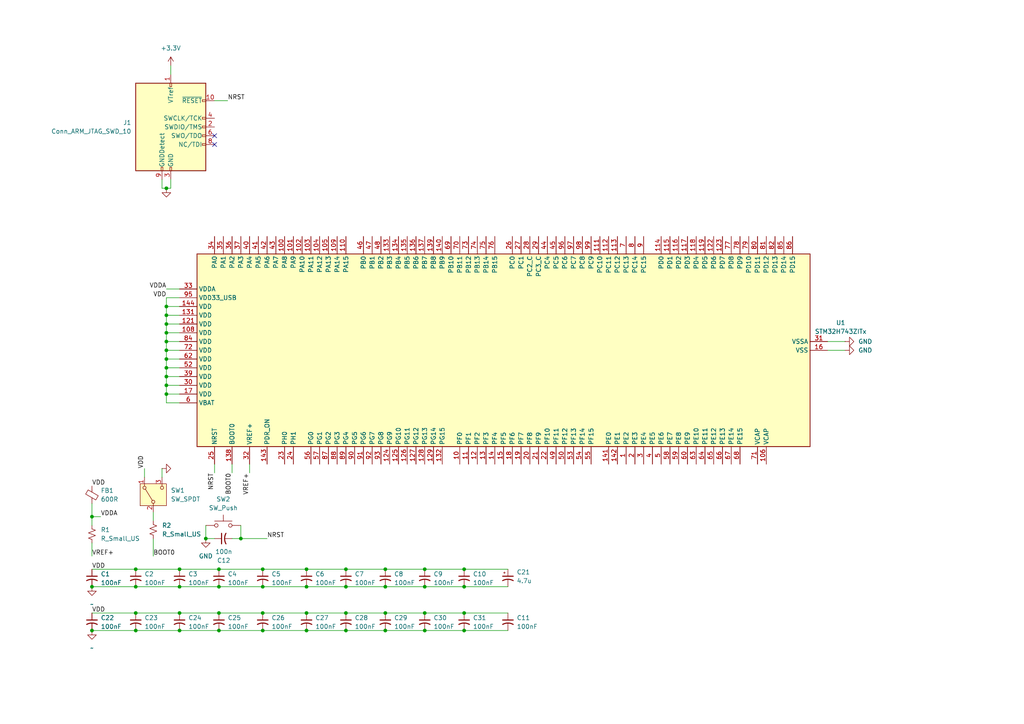
<source format=kicad_sch>
(kicad_sch (version 20250114) (generator "eeschema") (generator_version "9.0")
  (paper "A4")
  (lib_symbols
    (symbol "Connector:Conn_ARM_JTAG_SWD_10" (pin_names (offset 1.016))
      (property "Reference" "J" (at -2.54 16.51 0))
      (property "Value" "Conn_ARM_JTAG_SWD_10" (at -2.54 13.97 0))
      (symbol "Conn_ARM_JTAG_SWD_10_0_1"
        (rectangle (start -10.16 12.7) (end 10.16 -12.7) (stroke (width 0.254)) (fill (type background)))
        (rectangle (start -2.794 -12.7) (end -2.286 -11.684))
        (rectangle (start -0.254 12.7) (end 0.254 11.684))
        (rectangle (start -0.254 -12.7) (end 0.254 -11.684))
        (rectangle (start 9.144 2.286) (end 10.16 2.794))
        (rectangle (start 10.16 7.874) (end 9.144 7.366))
        (rectangle (start 10.16 -0.254) (end 9.144 0.254))
        (rectangle (start 10.16 -2.794) (end 9.144 -2.286))
      )
      (symbol "Conn_ARM_JTAG_SWD_10_1_1"
        (rectangle (start 9.144 -5.334) (end 10.16 -4.826))
        (pin no_connect line (at -10.16 0 0) (length 2.54) (hide yes) (name "KEY") (number "7"))
        (pin passive line (at -2.54 -15.24 90) (length 2.54) (name "GNDDetect") (number "9"))
        (pin power_in line (at 0 15.24 270) (length 2.54) (name "VTref") (number "1"))
        (pin power_in line (at 0 -15.24 90) (length 2.54) (name "GND") (number "3"))
        (pin passive line (at 0 -15.24 90) (length 2.54) (hide yes) (name "GND") (number "5"))
        (pin open_collector line (at 12.7 7.62 180) (length 2.54) (name "~{RESET}") (number "10"))
        (pin output line (at 12.7 2.54 180) (length 2.54) (name "SWCLK/TCK") (number "4"))
        (pin bidirectional line (at 12.7 0 180) (length 2.54) (name "SWDIO/TMS") (number "2"))
        (pin input line (at 12.7 -2.54 180) (length 2.54) (name "SWO/TDO") (number "6"))
        (pin output line (at 12.7 -5.08 180) (length 2.54) (name "NC/TDI") (number "8"))
      )
    )
    (symbol "Device:C_Polarized_Small_US" (pin_numbers (hide yes)) (pin_names (offset 0.254) (hide yes))
      (property "Reference" "C" (at 0.254 1.778 0))
      (property "Value" "C_Polarized_Small_US" (at 0.254 -2.032 0))
      (symbol "C_Polarized_Small_US_0_1"
        (polyline (pts (xy -1.524 0.508) (xy 1.524 0.508)) (stroke (width 0.3048)))
        (polyline (pts (xy -1.27 1.524) (xy -0.762 1.524)))
        (polyline (pts (xy -1.016 1.27) (xy -1.016 1.778)))
        (arc (start -1.524 -0.762) (mid 0 -0.3734) (end 1.524 -0.762) (stroke (width 0.3048)))
      )
      (symbol "C_Polarized_Small_US_1_1"
        (pin passive line (at 0 2.54 270) (length 2.032) (name "~") (number "1"))
        (pin passive line (at 0 -2.54 90) (length 2.032) (name "~") (number "2"))
      )
    )
    (symbol "Device:C_Small_US" (pin_numbers (hide yes)) (pin_names (offset 0.254) (hide yes))
      (property "Reference" "C" (at 0.254 1.778 0))
      (property "Value" "C_Small_US" (at 0.254 -2.032 0))
      (symbol "C_Small_US_0_1"
        (polyline (pts (xy -1.524 0.508) (xy 1.524 0.508)) (stroke (width 0.3048)))
        (arc (start -1.524 -0.762) (mid 0 -0.3734) (end 1.524 -0.762) (stroke (width 0.3048)))
      )
      (symbol "C_Small_US_1_1"
        (pin passive line (at 0 2.54 270) (length 2.032) (name "~") (number "1"))
        (pin passive line (at 0 -2.54 90) (length 2.032) (name "~") (number "2"))
      )
    )
    (symbol "Device:FerriteBead_Small" (pin_numbers (hide yes)) (pin_names (offset 0))
      (property "Reference" "FB" (at 1.905 1.27 0))
      (property "Value" "FerriteBead_Small" (at 1.905 -1.27 0))
      (symbol "FerriteBead_Small_0_1"
        (polyline (pts (xy -1.8288 0.2794) (xy -1.1176 1.4986) (xy 1.8288 -0.2032) (xy 1.1176 -1.4224) (xy -1.8288 0.2794)))
        (polyline (pts (xy 0 0.889) (xy 0 1.2954)))
        (polyline (pts (xy 0 -1.27) (xy 0 -0.7874)))
      )
      (symbol "FerriteBead_Small_1_1"
        (pin passive line (at 0 2.54 270) (length 1.27) (name "~") (number "1"))
        (pin passive line (at 0 -2.54 90) (length 1.27) (name "~") (number "2"))
      )
    )
    (symbol "Device:R_Small_US" (pin_numbers (hide yes)) (pin_names (offset 0.254) (hide yes))
      (property "Reference" "R" (at 0.762 0.508 0))
      (property "Value" "R_Small_US" (at 0.762 -1.016 0))
      (symbol "R_Small_US_1_1"
        (polyline (pts (xy 0 1.524) (xy 1.016 1.143) (xy 0 0.762) (xy -1.016 0.381) (xy 0 0)))
        (polyline (pts (xy 0 0) (xy 1.016 -0.381) (xy 0 -0.762) (xy -1.016 -1.143) (xy 0 -1.524)))
        (pin passive line (at 0 2.54 270) (length 1.016) (name "~") (number "1"))
        (pin passive line (at 0 -2.54 90) (length 1.016) (name "~") (number "2"))
      )
    )
    (symbol "MCU_ST_STM32H7:STM32H743ZITx"
      (property "Reference" "U" (at -27.94 90.17 0))
      (property "Value" "STM32H743ZITx" (at 20.32 90.17 0))
      (symbol "STM32H743ZITx_0_1"
        (rectangle (start -27.94 -88.9) (end 27.94 88.9) (stroke (width 0.254)) (fill (type background)))
      )
      (symbol "STM32H743ZITx_1_1"
        (pin input line (at -33.02 83.82 0) (length 5.08) (name "NRST") (number "25"))
        (pin input line (at -33.02 78.74 0) (length 5.08) (name "BOOT0") (number "138"))
        (pin input line (at -33.02 73.66 0) (length 5.08) (name "VREF+") (number "32"))
        (pin input line (at -33.02 68.58 0) (length 5.08) (name "PDR_ON") (number "143"))
        (pin bidirectional line (at -33.02 63.5 0) (length 5.08) (name "PH0") (number "23"))
        (pin bidirectional line (at -33.02 60.96 0) (length 5.08) (name "PH1") (number "24"))
        (pin bidirectional line (at -33.02 55.88 0) (length 5.08) (name "PG0") (number "56"))
        (pin bidirectional line (at -33.02 53.34 0) (length 5.08) (name "PG1") (number "57"))
        (pin bidirectional line (at -33.02 50.8 0) (length 5.08) (name "PG2") (number "87"))
        (pin bidirectional line (at -33.02 48.26 0) (length 5.08) (name "PG3") (number "88"))
        (pin bidirectional line (at -33.02 45.72 0) (length 5.08) (name "PG4") (number "89"))
        (pin bidirectional line (at -33.02 43.18 0) (length 5.08) (name "PG5") (number "90"))
        (pin bidirectional line (at -33.02 40.64 0) (length 5.08) (name "PG6") (number "91"))
        (pin bidirectional line (at -33.02 38.1 0) (length 5.08) (name "PG7") (number "92"))
        (pin bidirectional line (at -33.02 35.56 0) (length 5.08) (name "PG8") (number "93"))
        (pin bidirectional line (at -33.02 33.02 0) (length 5.08) (name "PG9") (number "124"))
        (pin bidirectional line (at -33.02 30.48 0) (length 5.08) (name "PG10") (number "125"))
        (pin bidirectional line (at -33.02 27.94 0) (length 5.08) (name "PG11") (number "126"))
        (pin bidirectional line (at -33.02 25.4 0) (length 5.08) (name "PG12") (number "127"))
        (pin bidirectional line (at -33.02 22.86 0) (length 5.08) (name "PG13") (number "128"))
        (pin bidirectional line (at -33.02 20.32 0) (length 5.08) (name "PG14") (number "129"))
        (pin bidirectional line (at -33.02 17.78 0) (length 5.08) (name "PG15") (number "132"))
        (pin bidirectional line (at -33.02 12.7 0) (length 5.08) (name "PF0") (number "10"))
        (pin bidirectional line (at -33.02 10.16 0) (length 5.08) (name "PF1") (number "11"))
        (pin bidirectional line (at -33.02 7.62 0) (length 5.08) (name "PF2") (number "12"))
        (pin bidirectional line (at -33.02 5.08 0) (length 5.08) (name "PF3") (number "13"))
        (pin bidirectional line (at -33.02 2.54 0) (length 5.08) (name "PF4") (number "14"))
        (pin bidirectional line (at -33.02 0 0) (length 5.08) (name "PF5") (number "15"))
        (pin bidirectional line (at -33.02 -2.54 0) (length 5.08) (name "PF6") (number "18"))
        (pin bidirectional line (at -33.02 -5.08 0) (length 5.08) (name "PF7") (number "19"))
        (pin bidirectional line (at -33.02 -7.62 0) (length 5.08) (name "PF8") (number "20"))
        (pin bidirectional line (at -33.02 -10.16 0) (length 5.08) (name "PF9") (number "21"))
        (pin bidirectional line (at -33.02 -12.7 0) (length 5.08) (name "PF10") (number "22"))
        (pin bidirectional line (at -33.02 -15.24 0) (length 5.08) (name "PF11") (number "49"))
        (pin bidirectional line (at -33.02 -17.78 0) (length 5.08) (name "PF12") (number "50"))
        (pin bidirectional line (at -33.02 -20.32 0) (length 5.08) (name "PF13") (number "53"))
        (pin bidirectional line (at -33.02 -22.86 0) (length 5.08) (name "PF14") (number "54"))
        (pin bidirectional line (at -33.02 -25.4 0) (length 5.08) (name "PF15") (number "55"))
        (pin bidirectional line (at -33.02 -30.48 0) (length 5.08) (name "PE0") (number "141"))
        (pin bidirectional line (at -33.02 -33.02 0) (length 5.08) (name "PE1") (number "142"))
        (pin bidirectional line (at -33.02 -35.56 0) (length 5.08) (name "PE2") (number "1"))
        (pin bidirectional line (at -33.02 -38.1 0) (length 5.08) (name "PE3") (number "2"))
        (pin bidirectional line (at -33.02 -40.64 0) (length 5.08) (name "PE4") (number "3"))
        (pin bidirectional line (at -33.02 -43.18 0) (length 5.08) (name "PE5") (number "4"))
        (pin bidirectional line (at -33.02 -45.72 0) (length 5.08) (name "PE6") (number "5"))
        (pin bidirectional line (at -33.02 -48.26 0) (length 5.08) (name "PE7") (number "58"))
        (pin bidirectional line (at -33.02 -50.8 0) (length 5.08) (name "PE8") (number "59"))
        (pin bidirectional line (at -33.02 -53.34 0) (length 5.08) (name "PE9") (number "60"))
        (pin bidirectional line (at -33.02 -55.88 0) (length 5.08) (name "PE10") (number "63"))
        (pin bidirectional line (at -33.02 -58.42 0) (length 5.08) (name "PE11") (number "64"))
        (pin bidirectional line (at -33.02 -60.96 0) (length 5.08) (name "PE12") (number "65"))
        (pin bidirectional line (at -33.02 -63.5 0) (length 5.08) (name "PE13") (number "66"))
        (pin bidirectional line (at -33.02 -66.04 0) (length 5.08) (name "PE14") (number "67"))
        (pin bidirectional line (at -33.02 -68.58 0) (length 5.08) (name "PE15") (number "68"))
        (pin power_out line (at -33.02 -73.66 0) (length 5.08) (name "VCAP") (number "71"))
        (pin power_out line (at -33.02 -76.2 0) (length 5.08) (name "VCAP") (number "106"))
        (pin power_in line (at -15.24 93.98 270) (length 5.08) (name "VBAT") (number "6"))
        (pin power_in line (at -12.7 93.98 270) (length 5.08) (name "VDD") (number "17"))
        (pin power_in line (at -10.16 93.98 270) (length 5.08) (name "VDD") (number "30"))
        (pin power_in line (at -7.62 93.98 270) (length 5.08) (name "VDD") (number "39"))
        (pin power_in line (at -5.08 93.98 270) (length 5.08) (name "VDD") (number "52"))
        (pin power_in line (at -2.54 93.98 270) (length 5.08) (name "VDD") (number "62"))
        (pin power_in line (at 0 93.98 270) (length 5.08) (name "VDD") (number "72"))
        (pin passive line (at 0 -93.98 90) (length 5.08) (hide yes) (name "VSS") (number "107"))
        (pin passive line (at 0 -93.98 90) (length 5.08) (hide yes) (name "VSS") (number "120"))
        (pin passive line (at 0 -93.98 90) (length 5.08) (hide yes) (name "VSS") (number "130"))
        (pin power_in line (at 0 -93.98 90) (length 5.08) (name "VSS") (number "16"))
        (pin passive line (at 0 -93.98 90) (length 5.08) (hide yes) (name "VSS") (number "38"))
        (pin passive line (at 0 -93.98 90) (length 5.08) (hide yes) (name "VSS") (number "51"))
        (pin passive line (at 0 -93.98 90) (length 5.08) (hide yes) (name "VSS") (number "61"))
        (pin passive line (at 0 -93.98 90) (length 5.08) (hide yes) (name "VSS") (number "83"))
        (pin passive line (at 0 -93.98 90) (length 5.08) (hide yes) (name "VSS") (number "94"))
        (pin power_in line (at 2.54 93.98 270) (length 5.08) (name "VDD") (number "84"))
        (pin power_in line (at 2.54 -93.98 90) (length 5.08) (name "VSSA") (number "31"))
        (pin power_in line (at 5.08 93.98 270) (length 5.08) (name "VDD") (number "108"))
        (pin power_in line (at 7.62 93.98 270) (length 5.08) (name "VDD") (number "121"))
        (pin power_in line (at 10.16 93.98 270) (length 5.08) (name "VDD") (number "131"))
        (pin power_in line (at 12.7 93.98 270) (length 5.08) (name "VDD") (number "144"))
        (pin power_in line (at 15.24 93.98 270) (length 5.08) (name "VDD33_USB") (number "95"))
        (pin power_in line (at 17.78 93.98 270) (length 5.08) (name "VDDA") (number "33"))
        (pin bidirectional line (at 33.02 83.82 180) (length 5.08) (name "PA0") (number "34"))
        (pin bidirectional line (at 33.02 81.28 180) (length 5.08) (name "PA1") (number "35"))
        (pin bidirectional line (at 33.02 78.74 180) (length 5.08) (name "PA2") (number "36"))
        (pin bidirectional line (at 33.02 76.2 180) (length 5.08) (name "PA3") (number "37"))
        (pin bidirectional line (at 33.02 73.66 180) (length 5.08) (name "PA4") (number "40"))
        (pin bidirectional line (at 33.02 71.12 180) (length 5.08) (name "PA5") (number "41"))
        (pin bidirectional line (at 33.02 68.58 180) (length 5.08) (name "PA6") (number "42"))
        (pin bidirectional line (at 33.02 66.04 180) (length 5.08) (name "PA7") (number "43"))
        (pin bidirectional line (at 33.02 63.5 180) (length 5.08) (name "PA8") (number "100"))
        (pin bidirectional line (at 33.02 60.96 180) (length 5.08) (name "PA9") (number "101"))
        (pin bidirectional line (at 33.02 58.42 180) (length 5.08) (name "PA10") (number "102"))
        (pin bidirectional line (at 33.02 55.88 180) (length 5.08) (name "PA11") (number "103"))
        (pin bidirectional line (at 33.02 53.34 180) (length 5.08) (name "PA12") (number "104"))
        (pin bidirectional line (at 33.02 50.8 180) (length 5.08) (name "PA13") (number "105"))
        (pin bidirectional line (at 33.02 48.26 180) (length 5.08) (name "PA14") (number "109"))
        (pin bidirectional line (at 33.02 45.72 180) (length 5.08) (name "PA15") (number "110"))
        (pin bidirectional line (at 33.02 40.64 180) (length 5.08) (name "PB0") (number "46"))
        (pin bidirectional line (at 33.02 38.1 180) (length 5.08) (name "PB1") (number "47"))
        (pin bidirectional line (at 33.02 35.56 180) (length 5.08) (name "PB2") (number "48"))
        (pin bidirectional line (at 33.02 33.02 180) (length 5.08) (name "PB3") (number "133"))
        (pin bidirectional line (at 33.02 30.48 180) (length 5.08) (name "PB4") (number "134"))
        (pin bidirectional line (at 33.02 27.94 180) (length 5.08) (name "PB5") (number "135"))
        (pin bidirectional line (at 33.02 25.4 180) (length 5.08) (name "PB6") (number "136"))
        (pin bidirectional line (at 33.02 22.86 180) (length 5.08) (name "PB7") (number "137"))
        (pin bidirectional line (at 33.02 20.32 180) (length 5.08) (name "PB8") (number "139"))
        (pin bidirectional line (at 33.02 17.78 180) (length 5.08) (name "PB9") (number "140"))
        (pin bidirectional line (at 33.02 15.24 180) (length 5.08) (name "PB10") (number "69"))
        (pin bidirectional line (at 33.02 12.7 180) (length 5.08) (name "PB11") (number "70"))
        (pin bidirectional line (at 33.02 10.16 180) (length 5.08) (name "PB12") (number "73"))
        (pin bidirectional line (at 33.02 7.62 180) (length 5.08) (name "PB13") (number "74"))
        (pin bidirectional line (at 33.02 5.08 180) (length 5.08) (name "PB14") (number "75"))
        (pin bidirectional line (at 33.02 2.54 180) (length 5.08) (name "PB15") (number "76"))
        (pin bidirectional line (at 33.02 -2.54 180) (length 5.08) (name "PC0") (number "26"))
        (pin bidirectional line (at 33.02 -5.08 180) (length 5.08) (name "PC1") (number "27"))
        (pin bidirectional line (at 33.02 -7.62 180) (length 5.08) (name "PC2_C") (number "28"))
        (pin bidirectional line (at 33.02 -10.16 180) (length 5.08) (name "PC3_C") (number "29"))
        (pin bidirectional line (at 33.02 -12.7 180) (length 5.08) (name "PC4") (number "44"))
        (pin bidirectional line (at 33.02 -15.24 180) (length 5.08) (name "PC5") (number "45"))
        (pin bidirectional line (at 33.02 -17.78 180) (length 5.08) (name "PC6") (number "96"))
        (pin bidirectional line (at 33.02 -20.32 180) (length 5.08) (name "PC7") (number "97"))
        (pin bidirectional line (at 33.02 -22.86 180) (length 5.08) (name "PC8") (number "98"))
        (pin bidirectional line (at 33.02 -25.4 180) (length 5.08) (name "PC9") (number "99"))
        (pin bidirectional line (at 33.02 -27.94 180) (length 5.08) (name "PC10") (number "111"))
        (pin bidirectional line (at 33.02 -30.48 180) (length 5.08) (name "PC11") (number "112"))
        (pin bidirectional line (at 33.02 -33.02 180) (length 5.08) (name "PC12") (number "113"))
        (pin bidirectional line (at 33.02 -35.56 180) (length 5.08) (name "PC13") (number "7"))
        (pin bidirectional line (at 33.02 -38.1 180) (length 5.08) (name "PC14") (number "8"))
        (pin bidirectional line (at 33.02 -40.64 180) (length 5.08) (name "PC15") (number "9"))
        (pin bidirectional line (at 33.02 -45.72 180) (length 5.08) (name "PD0") (number "114"))
        (pin bidirectional line (at 33.02 -48.26 180) (length 5.08) (name "PD1") (number "115"))
        (pin bidirectional line (at 33.02 -50.8 180) (length 5.08) (name "PD2") (number "116"))
        (pin bidirectional line (at 33.02 -53.34 180) (length 5.08) (name "PD3") (number "117"))
        (pin bidirectional line (at 33.02 -55.88 180) (length 5.08) (name "PD4") (number "118"))
        (pin bidirectional line (at 33.02 -58.42 180) (length 5.08) (name "PD5") (number "119"))
        (pin bidirectional line (at 33.02 -60.96 180) (length 5.08) (name "PD6") (number "122"))
        (pin bidirectional line (at 33.02 -63.5 180) (length 5.08) (name "PD7") (number "123"))
        (pin bidirectional line (at 33.02 -66.04 180) (length 5.08) (name "PD8") (number "77"))
        (pin bidirectional line (at 33.02 -68.58 180) (length 5.08) (name "PD9") (number "78"))
        (pin bidirectional line (at 33.02 -71.12 180) (length 5.08) (name "PD10") (number "79"))
        (pin bidirectional line (at 33.02 -73.66 180) (length 5.08) (name "PD11") (number "80"))
        (pin bidirectional line (at 33.02 -76.2 180) (length 5.08) (name "PD12") (number "81"))
        (pin bidirectional line (at 33.02 -78.74 180) (length 5.08) (name "PD13") (number "82"))
        (pin bidirectional line (at 33.02 -81.28 180) (length 5.08) (name "PD14") (number "85"))
        (pin bidirectional line (at 33.02 -83.82 180) (length 5.08) (name "PD15") (number "86"))
      )
    )
    (symbol "Switch:SW_Push" (pin_numbers (hide yes)) (pin_names (offset 1.016) (hide yes))
      (property "Reference" "SW" (at 1.27 2.54 0))
      (property "Value" "SW_Push" (at 0 -1.524 0))
      (symbol "SW_Push_0_1"
        (circle (center -2.032 0) (radius 0.508))
        (polyline (pts (xy 0 1.27) (xy 0 3.048)))
        (circle (center 2.032 0) (radius 0.508))
        (polyline (pts (xy 2.54 1.27) (xy -2.54 1.27)))
        (pin passive line (at -5.08 0 0) (length 2.54) (name "1") (number "1"))
        (pin passive line (at 5.08 0 180) (length 2.54) (name "2") (number "2"))
      )
    )
    (symbol "Switch:SW_SPDT" (pin_names (offset 0) (hide yes))
      (property "Reference" "SW" (at 0 5.08 0))
      (property "Value" "SW_SPDT" (at 0 -5.08 0))
      (symbol "SW_SPDT_0_1"
        (circle (center -2.032 0) (radius 0.4572))
        (polyline (pts (xy -1.651 0.254) (xy 1.651 2.286)))
        (circle (center 2.032 2.54) (radius 0.4572))
        (circle (center 2.032 -2.54) (radius 0.4572))
      )
      (symbol "SW_SPDT_1_1"
        (rectangle (start -3.175 3.81) (end 3.175 -3.81) (fill (type background)))
        (pin passive line (at -5.08 0 0) (length 2.54) (name "B") (number "2"))
        (pin passive line (at 5.08 2.54 180) (length 2.54) (name "A") (number "1"))
        (pin passive line (at 5.08 -2.54 180) (length 2.54) (name "C") (number "3"))
      )
    )
    (symbol "power:+3.3V" (power) (pin_numbers (hide yes)) (pin_names (offset 0) (hide yes))
      (property "Value" "+3.3V" (at 0 3.556 0))
      (symbol "+3.3V_0_1"
        (polyline (pts (xy -0.762 1.27) (xy 0 2.54)))
        (polyline (pts (xy 0 2.54) (xy 0.762 1.27)))
        (polyline (pts (xy 0 0) (xy 0 2.54)))
      )
      (symbol "+3.3V_1_1"
        (pin power_in line (at 0 0 90) (length 0) (name "~") (number "1"))
      )
    )
    (symbol "power:GND" (power) (pin_numbers (hide yes)) (pin_names (offset 0) (hide yes))
      (property "Value" "GND" (at 0 -3.81 0))
      (symbol "GND_0_1"
        (polyline (pts (xy 0 0) (xy 0 -1.27) (xy 1.27 -1.27) (xy 0 -2.54) (xy -1.27 -1.27) (xy 0 -1.27)))
      )
      (symbol "GND_1_1"
        (pin power_in line (at 0 0 270) (length 0) (name "~") (number "1"))
      )
    )
  )
  (junction (at 39.37 170.18))
  (junction (at 52.07 165.1))
  (junction (at 111.76 177.8))
  (junction (at 48.26 91.44))
  (junction (at 48.26 54.61))
  (junction (at 123.19 170.18))
  (junction (at 134.62 182.88))
  (junction (at 59.69 156.21))
  (junction (at 26.67 182.88))
  (junction (at 100.33 165.1))
  (junction (at 48.26 106.68))
  (junction (at 63.5 170.18))
  (junction (at 52.07 177.8))
  (junction (at 48.26 114.3))
  (junction (at 100.33 170.18))
  (junction (at 111.76 165.1))
  (junction (at 48.26 96.52))
  (junction (at 111.76 182.88))
  (junction (at 48.26 93.98))
  (junction (at 48.26 109.22))
  (junction (at 88.9 177.8))
  (junction (at 88.9 182.88))
  (junction (at 100.33 177.8))
  (junction (at 134.62 165.1))
  (junction (at 123.19 165.1))
  (junction (at 39.37 177.8))
  (junction (at 76.2 170.18))
  (junction (at 48.26 99.06))
  (junction (at 48.26 88.9))
  (junction (at 88.9 165.1))
  (junction (at 63.5 182.88))
  (junction (at 69.85 156.21))
  (junction (at 76.2 182.88))
  (junction (at 52.07 182.88))
  (junction (at 52.07 170.18))
  (junction (at 48.26 104.14))
  (junction (at 134.62 170.18))
  (junction (at 88.9 170.18))
  (junction (at 26.67 149.86))
  (junction (at 39.37 182.88))
  (junction (at 76.2 165.1))
  (junction (at 123.19 182.88))
  (junction (at 48.26 101.6))
  (junction (at 134.62 177.8))
  (junction (at 76.2 177.8))
  (junction (at 48.26 111.76))
  (junction (at 123.19 177.8))
  (junction (at 39.37 165.1))
  (junction (at 26.67 170.18))
  (junction (at 111.76 170.18))
  (junction (at 63.5 165.1))
  (junction (at 100.33 182.88))
  (junction (at 63.5 177.8))
  (no_connect (at 62.23 41.91))
  (no_connect (at 62.23 39.37))
  (wire (pts (xy 69.85 152.4) (xy 69.85 156.21)))
  (wire (pts (xy 48.26 114.3) (xy 48.26 116.84)))
  (wire (pts (xy 240.03 99.06) (xy 245.11 99.06)))
  (wire (pts (xy 52.07 177.8) (xy 63.5 177.8)))
  (wire (pts (xy 48.26 109.22) (xy 48.26 111.76)))
  (wire (pts (xy 48.26 99.06) (xy 48.26 101.6)))
  (wire (pts (xy 26.67 149.86) (xy 26.67 152.4)))
  (wire (pts (xy 26.67 170.18) (xy 39.37 170.18)))
  (wire (pts (xy 48.26 96.52) (xy 48.26 99.06)))
  (wire (pts (xy 134.62 165.1) (xy 147.32 165.1)))
  (wire (pts (xy 100.33 165.1) (xy 111.76 165.1)))
  (wire (pts (xy 52.07 165.1) (xy 63.5 165.1)))
  (wire (pts (xy 48.26 106.68) (xy 48.26 109.22)))
  (wire (pts (xy 48.26 91.44) (xy 48.26 93.98)))
  (wire (pts (xy 48.26 86.36) (xy 48.26 88.9)))
  (wire (pts (xy 134.62 170.18) (xy 147.32 170.18)))
  (wire (pts (xy 123.19 182.88) (xy 134.62 182.88)))
  (wire (pts (xy 52.07 106.68) (xy 48.26 106.68)))
  (wire (pts (xy 100.33 182.88) (xy 111.76 182.88)))
  (wire (pts (xy 100.33 177.8) (xy 111.76 177.8)))
  (wire (pts (xy 76.2 170.18) (xy 88.9 170.18)))
  (wire (pts (xy 52.07 96.52) (xy 48.26 96.52)))
  (wire (pts (xy 100.33 170.18) (xy 111.76 170.18)))
  (wire (pts (xy 123.19 165.1) (xy 134.62 165.1)))
  (wire (pts (xy 26.67 182.88) (xy 39.37 182.88)))
  (wire (pts (xy 69.85 156.21) (xy 77.47 156.21)))
  (wire (pts (xy 63.5 182.88) (xy 76.2 182.88)))
  (wire (pts (xy 88.9 177.8) (xy 100.33 177.8)))
  (wire (pts (xy 134.62 182.88) (xy 147.32 182.88)))
  (wire (pts (xy 88.9 170.18) (xy 100.33 170.18)))
  (wire (pts (xy 26.67 146.05) (xy 26.67 149.86)))
  (wire (pts (xy 48.26 88.9) (xy 52.07 88.9)))
  (wire (pts (xy 111.76 177.8) (xy 123.19 177.8)))
  (wire (pts (xy 52.07 93.98) (xy 48.26 93.98)))
  (wire (pts (xy 76.2 177.8) (xy 88.9 177.8)))
  (wire (pts (xy 88.9 165.1) (xy 100.33 165.1)))
  (wire (pts (xy 134.62 177.8) (xy 147.32 177.8)))
  (wire (pts (xy 41.91 135.89) (xy 41.91 138.43)))
  (wire (pts (xy 62.23 134.62) (xy 62.23 137.16)))
  (wire (pts (xy 39.37 165.1) (xy 52.07 165.1)))
  (wire (pts (xy 240.03 101.6) (xy 245.11 101.6)))
  (wire (pts (xy 26.67 177.8) (xy 39.37 177.8)))
  (wire (pts (xy 49.53 19.05) (xy 49.53 21.59)))
  (wire (pts (xy 52.07 104.14) (xy 48.26 104.14)))
  (wire (pts (xy 48.26 111.76) (xy 48.26 114.3)))
  (wire (pts (xy 59.69 152.4) (xy 59.69 156.21)))
  (wire (pts (xy 111.76 182.88) (xy 123.19 182.88)))
  (wire (pts (xy 63.5 165.1) (xy 76.2 165.1)))
  (wire (pts (xy 52.07 91.44) (xy 48.26 91.44)))
  (wire (pts (xy 76.2 165.1) (xy 88.9 165.1)))
  (wire (pts (xy 63.5 170.18) (xy 76.2 170.18)))
  (wire (pts (xy 26.67 165.1) (xy 39.37 165.1)))
  (wire (pts (xy 52.07 182.88) (xy 63.5 182.88)))
  (wire (pts (xy 67.31 134.62) (xy 67.31 137.16)))
  (wire (pts (xy 52.07 114.3) (xy 48.26 114.3)))
  (wire (pts (xy 63.5 177.8) (xy 76.2 177.8)))
  (wire (pts (xy 44.45 156.21) (xy 44.45 161.29)))
  (wire (pts (xy 52.07 116.84) (xy 48.26 116.84)))
  (wire (pts (xy 52.07 101.6) (xy 48.26 101.6)))
  (wire (pts (xy 39.37 182.88) (xy 52.07 182.88)))
  (wire (pts (xy 76.2 182.88) (xy 88.9 182.88)))
  (wire (pts (xy 123.19 177.8) (xy 134.62 177.8)))
  (wire (pts (xy 52.07 99.06) (xy 48.26 99.06)))
  (wire (pts (xy 62.23 29.21) (xy 66.04 29.21)))
  (wire (pts (xy 123.19 170.18) (xy 134.62 170.18)))
  (wire (pts (xy 49.53 52.07) (xy 49.53 54.61)))
  (wire (pts (xy 48.26 83.82) (xy 52.07 83.82)))
  (wire (pts (xy 111.76 165.1) (xy 123.19 165.1)))
  (wire (pts (xy 48.26 104.14) (xy 48.26 106.68)))
  (wire (pts (xy 46.99 54.61) (xy 48.26 54.61)))
  (wire (pts (xy 88.9 182.88) (xy 100.33 182.88)))
  (wire (pts (xy 52.07 109.22) (xy 48.26 109.22)))
  (wire (pts (xy 39.37 170.18) (xy 52.07 170.18)))
  (wire (pts (xy 46.99 135.89) (xy 46.99 138.43)))
  (wire (pts (xy 26.67 149.86) (xy 29.21 149.86)))
  (wire (pts (xy 72.39 134.62) (xy 72.39 137.16)))
  (wire (pts (xy 26.67 157.48) (xy 26.67 161.29)))
  (wire (pts (xy 52.07 111.76) (xy 48.26 111.76)))
  (wire (pts (xy 39.37 177.8) (xy 52.07 177.8)))
  (wire (pts (xy 52.07 86.36) (xy 48.26 86.36)))
  (wire (pts (xy 46.99 52.07) (xy 46.99 54.61)))
  (wire (pts (xy 44.45 148.59) (xy 44.45 151.13)))
  (wire (pts (xy 67.31 156.21) (xy 69.85 156.21)))
  (wire (pts (xy 59.69 156.21) (xy 62.23 156.21)))
  (wire (pts (xy 52.07 170.18) (xy 63.5 170.18)))
  (wire (pts (xy 48.26 101.6) (xy 48.26 104.14)))
  (wire (pts (xy 48.26 88.9) (xy 48.26 91.44)))
  (wire (pts (xy 111.76 170.18) (xy 123.19 170.18)))
  (wire (pts (xy 48.26 93.98) (xy 48.26 96.52)))
  (wire (pts (xy 48.26 54.61) (xy 49.53 54.61)))
  (label "VDD" (at 48.26 86.36 180))
  (label "VREF+" (at 72.39 137.16 270))
  (label "NRST" (at 62.23 137.16 270))
  (label "VDDA" (at 29.21 149.86 0))
  (label "BOOT0" (at 67.31 137.16 270))
  (label "VREF+" (at 26.67 161.29 0))
  (label "BOOT0" (at 44.45 161.29 0))
  (label "NRST" (at 66.04 29.21 0))
  (label "NRST" (at 77.47 156.21 0))
  (label "VDDA" (at 48.26 83.82 180))
  (label "VDD" (at 41.91 135.89 90))
  (label "VDD" (at 26.67 165.1 0))
  (label "VDD" (at 26.67 177.8 0))
  (label "VDD" (at 26.67 140.97 0))
  (symbol (lib_id "Device:C_Small_US") (at 76.2 180.34 0) (unit 1)
    (property "Reference" "C26" (at 78.74 179.1969 0) (effects (justify left)))
    (property "Value" "100nF" (at 78.74 181.7369 0) (effects (justify left)))
    (property "Description" "capacitor, small US symbol" (effects (hide yes)))
  )
  (symbol (lib_id "Device:C_Small_US") (at 63.5 180.34 0) (unit 1)
    (property "Reference" "C25" (at 66.04 179.1969 0) (effects (justify left)))
    (property "Value" "100nF" (at 66.04 181.7369 0) (effects (justify left)))
    (property "Description" "capacitor, small US symbol" (effects (hide yes)))
  )
  (symbol (lib_id "power:GND") (at 26.67 170.18 0) (unit 1)
    (property "Reference" "#PWR03" (effects (hide yes)))
    (property "Value" "~" (at 26.67 175.26 0))
    (property "Description" "Power symbol creates a global label with name \"GND\" , ground" (effects (hide yes)))
  )
  (symbol (lib_id "Device:C_Small_US") (at 123.19 167.64 0) (unit 1)
    (property "Reference" "C9" (at 125.73 166.4969 0) (effects (justify left)))
    (property "Value" "100nF" (at 125.73 169.0369 0) (effects (justify left)))
    (property "Description" "capacitor, small US symbol" (effects (hide yes)))
  )
  (symbol (lib_id "Device:C_Small_US") (at 52.07 167.64 0) (unit 1)
    (property "Reference" "C3" (at 54.61 166.4969 0) (effects (justify left)))
    (property "Value" "100nF" (at 54.61 169.0369 0) (effects (justify left)))
    (property "Description" "capacitor, small US symbol" (effects (hide yes)))
  )
  (symbol (lib_id "power:GND") (at 245.11 101.6 90) (unit 1)
    (property "Reference" "#PWR05" (effects (hide yes)))
    (property "Value" "GND" (at 248.92 101.5999 90) (effects (justify right)))
    (property "Description" "Power symbol creates a global label with name \"GND\" , ground" (effects (hide yes)))
  )
  (symbol (lib_id "Switch:SW_SPDT") (at 44.45 143.51 90) (unit 1)
    (property "Reference" "SW1" (at 49.53 142.2399 90) (effects (justify right)))
    (property "Value" "SW_SPDT" (at 49.53 144.7799 90) (effects (justify right)))
    (property "Description" "Switch, single pole double throw" (effects (hide yes)))
  )
  (symbol (lib_id "Device:C_Small_US") (at 100.33 180.34 0) (unit 1)
    (property "Reference" "C28" (at 102.87 179.1969 0) (effects (justify left)))
    (property "Value" "100nF" (at 102.87 181.7369 0) (effects (justify left)))
    (property "Description" "capacitor, small US symbol" (effects (hide yes)))
  )
  (symbol (lib_id "Device:C_Small_US") (at 123.19 180.34 0) (unit 1)
    (property "Reference" "C30" (at 125.73 179.1969 0) (effects (justify left)))
    (property "Value" "100nF" (at 125.73 181.7369 0) (effects (justify left)))
    (property "Description" "capacitor, small US symbol" (effects (hide yes)))
  )
  (symbol (lib_id "power:GND") (at 245.11 99.06 90) (unit 1)
    (property "Reference" "#PWR04" (effects (hide yes)))
    (property "Value" "GND" (at 248.92 99.0599 90) (effects (justify right)))
    (property "Description" "Power symbol creates a global label with name \"GND\" , ground" (effects (hide yes)))
  )
  (symbol (lib_id "Device:C_Small_US") (at 88.9 167.64 0) (unit 1)
    (property "Reference" "C6" (at 91.44 166.4969 0) (effects (justify left)))
    (property "Value" "100nF" (at 91.44 169.0369 0) (effects (justify left)))
    (property "Description" "capacitor, small US symbol" (effects (hide yes)))
  )
  (symbol (lib_id "power:GND") (at 46.99 135.89 90) (unit 1)
    (property "Reference" "#PWR06" (effects (hide yes)))
    (property "Value" "GND" (effects (hide yes)))
    (property "Description" "Power symbol creates a global label with name \"GND\" , ground" (effects (hide yes)))
  )
  (symbol (lib_id "power:GND") (at 26.67 182.88 0) (unit 1)
    (property "Reference" "#PWR02" (effects (hide yes)))
    (property "Value" "~" (at 26.67 187.96 0))
    (property "Description" "Power symbol creates a global label with name \"GND\" , ground" (effects (hide yes)))
  )
  (symbol (lib_id "Device:C_Small_US") (at 147.32 180.34 0) (unit 1)
    (property "Reference" "C11" (at 149.86 179.1969 0) (effects (justify left)))
    (property "Value" "100nF" (at 149.86 181.7369 0) (effects (justify left)))
    (property "Description" "capacitor, small US symbol" (effects (hide yes)))
  )
  (symbol (lib_id "Device:R_Small_US") (at 26.67 154.94 0) (unit 1)
    (property "Reference" "R1" (at 29.21 153.6699 0) (effects (justify left)))
    (property "Value" "R_Small_US" (at 29.21 156.2099 0) (effects (justify left)))
    (property "Description" "Resistor, small US symbol" (effects (hide yes)))
  )
  (symbol (lib_id "Device:C_Small_US") (at 26.67 180.34 0) (unit 1)
    (property "Reference" "C22" (at 29.21 179.1969 0) (effects (justify left)))
    (property "Value" "100nF" (at 29.21 181.7369 0) (effects (justify left)))
    (property "Description" "capacitor, small US symbol" (effects (hide yes)))
  )
  (symbol (lib_id "Device:C_Polarized_Small_US") (at 147.32 167.64 0) (unit 1)
    (property "Reference" "C21" (at 149.86 165.9381 0) (effects (justify left)))
    (property "Value" "4.7u" (at 149.86 168.4781 0) (effects (justify left)))
    (property "Description" "Polarized capacitor, small US symbol" (effects (hide yes)))
  )
  (symbol (lib_id "Device:C_Small_US") (at 52.07 180.34 0) (unit 1)
    (property "Reference" "C24" (at 54.61 179.1969 0) (effects (justify left)))
    (property "Value" "100nF" (at 54.61 181.7369 0) (effects (justify left)))
    (property "Description" "capacitor, small US symbol" (effects (hide yes)))
  )
  (symbol (lib_id "Device:C_Small_US") (at 26.67 167.64 0) (unit 1)
    (property "Reference" "C1" (at 29.21 166.4969 0) (effects (justify left)))
    (property "Value" "100nF" (at 29.21 169.0369 0) (effects (justify left)))
    (property "Description" "capacitor, small US symbol" (effects (hide yes)))
  )
  (symbol (lib_id "Device:C_Small_US") (at 134.62 180.34 0) (unit 1)
    (property "Reference" "C31" (at 137.16 179.1969 0) (effects (justify left)))
    (property "Value" "100nF" (at 137.16 181.7369 0) (effects (justify left)))
    (property "Description" "capacitor, small US symbol" (effects (hide yes)))
  )
  (symbol (lib_id "power:+3.3V") (at 49.53 19.05 0) (unit 1)
    (property "Reference" "#PWR08" (effects (hide yes)))
    (property "Value" "+3.3V" (at 49.53 13.97 0))
    (property "Description" "Power symbol creates a global label with name \"+3.3V\"" (effects (hide yes)))
  )
  (symbol (lib_id "Device:C_Small_US") (at 88.9 180.34 0) (unit 1)
    (property "Reference" "C27" (at 91.44 179.1969 0) (effects (justify left)))
    (property "Value" "100nF" (at 91.44 181.7369 0) (effects (justify left)))
    (property "Description" "capacitor, small US symbol" (effects (hide yes)))
  )
  (symbol (lib_id "Device:C_Small_US") (at 111.76 180.34 0) (unit 1)
    (property "Reference" "C29" (at 114.3 179.1969 0) (effects (justify left)))
    (property "Value" "100nF" (at 114.3 181.7369 0) (effects (justify left)))
    (property "Description" "capacitor, small US symbol" (effects (hide yes)))
  )
  (symbol (lib_id "Device:C_Small_US") (at 64.77 156.21 90) (unit 1)
    (property "Reference" "C12" (at 64.897 162.56 90))
    (property "Value" "100n" (at 64.897 160.02 90))
    (property "Description" "capacitor, small US symbol" (effects (hide yes)))
  )
  (symbol (lib_id "power:GND") (at 48.26 54.61 0) (unit 1)
    (property "Reference" "#PWR09" (effects (hide yes)))
    (property "Value" "GND" (effects (hide yes)))
    (property "Description" "Power symbol creates a global label with name \"GND\" , ground" (effects (hide yes)))
  )
  (symbol (lib_id "Device:R_Small_US") (at 44.45 153.67 0) (unit 1)
    (property "Reference" "R2" (at 46.99 152.3999 0) (effects (justify left)))
    (property "Value" "R_Small_US" (at 46.99 154.9399 0) (effects (justify left)))
    (property "Description" "Resistor, small US symbol" (effects (hide yes)))
  )
  (symbol (lib_id "Device:C_Small_US") (at 76.2 167.64 0) (unit 1)
    (property "Reference" "C5" (at 78.74 166.4969 0) (effects (justify left)))
    (property "Value" "100nF" (at 78.74 169.0369 0) (effects (justify left)))
    (property "Description" "capacitor, small US symbol" (effects (hide yes)))
  )
  (symbol (lib_id "Device:C_Small_US") (at 39.37 180.34 0) (unit 1)
    (property "Reference" "C23" (at 41.91 179.1969 0) (effects (justify left)))
    (property "Value" "100nF" (at 41.91 181.7369 0) (effects (justify left)))
    (property "Description" "capacitor, small US symbol" (effects (hide yes)))
  )
  (symbol (lib_id "Device:C_Small_US") (at 134.62 167.64 0) (unit 1)
    (property "Reference" "C10" (at 137.16 166.4969 0) (effects (justify left)))
    (property "Value" "100nF" (at 137.16 169.0369 0) (effects (justify left)))
    (property "Description" "capacitor, small US symbol" (effects (hide yes)))
  )
  (symbol (lib_id "Switch:SW_Push") (at 64.77 152.4 0) (unit 1)
    (property "Reference" "SW2" (at 64.77 144.78 0))
    (property "Value" "SW_Push" (at 64.77 147.32 0))
    (property "Description" "Push button switch, generic, two pins" (effects (hide yes)))
  )
  (symbol (lib_id "power:GND") (at 59.69 156.21 0) (unit 1)
    (property "Reference" "#PWR07" (effects (hide yes)))
    (property "Value" "GND" (at 59.69 161.29 0))
    (property "Description" "Power symbol creates a global label with name \"GND\" , ground" (effects (hide yes)))
  )
  (symbol (lib_id "MCU_ST_STM32H7:STM32H743ZITx") (at 146.05 101.6 90) (unit 1)
    (property "Reference" "U1" (at 243.84 93.6146 90))
    (property "Value" "STM32H743ZITx" (at 243.84 96.1546 90))
    (property "Footprint" "Package_QFP:LQFP-144_20x20mm_P0.5mm" (effects (hide yes)))
    (property "Datasheet" "https://www.st.com/resource/en/datasheet/stm32h743zi.pdf" (effects (hide yes)))
    (property "Description" "STMicroelectronics Arm Cortex-M7 MCU, 2048KB flash, 1024KB RAM, 480 MHz, 1.62-3.6V, 114 GPIO, LQFP144" (effects (hide yes)))
  )
  (symbol (lib_id "Connector:Conn_ARM_JTAG_SWD_10") (at 49.53 36.83 0) (unit 1)
    (property "Reference" "J1" (at 38.1 35.5599 0) (effects (justify right)))
    (property "Value" "Conn_ARM_JTAG_SWD_10" (at 38.1 38.0999 0) (effects (justify right)))
    (property "Datasheet" "http://infocenter.arm.com/help/topic/com.arm.doc.ddi0314h/DDI0314H_coresight_components_trm.pdf" (effects (hide yes)))
    (property "Description" "Cortex Debug Connector, standard ARM Cortex-M SWD and JTAG interface" (effects (hide yes)))
  )
  (symbol (lib_id "Device:C_Small_US") (at 63.5 167.64 0) (unit 1)
    (property "Reference" "C4" (at 66.04 166.4969 0) (effects (justify left)))
    (property "Value" "100nF" (at 66.04 169.0369 0) (effects (justify left)))
    (property "Description" "capacitor, small US symbol" (effects (hide yes)))
  )
  (symbol (lib_id "Device:C_Small_US") (at 100.33 167.64 0) (unit 1)
    (property "Reference" "C7" (at 102.87 166.4969 0) (effects (justify left)))
    (property "Value" "100nF" (at 102.87 169.0369 0) (effects (justify left)))
    (property "Description" "capacitor, small US symbol" (effects (hide yes)))
  )
  (symbol (lib_id "Device:C_Small_US") (at 39.37 167.64 0) (unit 1)
    (property "Reference" "C2" (at 41.91 166.4969 0) (effects (justify left)))
    (property "Value" "100nF" (at 41.91 169.0369 0) (effects (justify left)))
    (property "Description" "capacitor, small US symbol" (effects (hide yes)))
  )
  (symbol (lib_id "Device:C_Small_US") (at 111.76 167.64 0) (unit 1)
    (property "Reference" "C8" (at 114.3 166.4969 0) (effects (justify left)))
    (property "Value" "100nF" (at 114.3 169.0369 0) (effects (justify left)))
    (property "Description" "capacitor, small US symbol" (effects (hide yes)))
  )
  (symbol (lib_id "Device:FerriteBead_Small") (at 26.67 143.51 180) (unit 1)
    (property "Reference" "FB1" (at 29.21 142.278 0) (effects (justify right)))
    (property "Value" "600R" (at 29.21 144.818 0) (effects (justify right)))
    (property "Description" "Ferrite bead, small symbol" (effects (hide yes)))
  )
)
</source>
